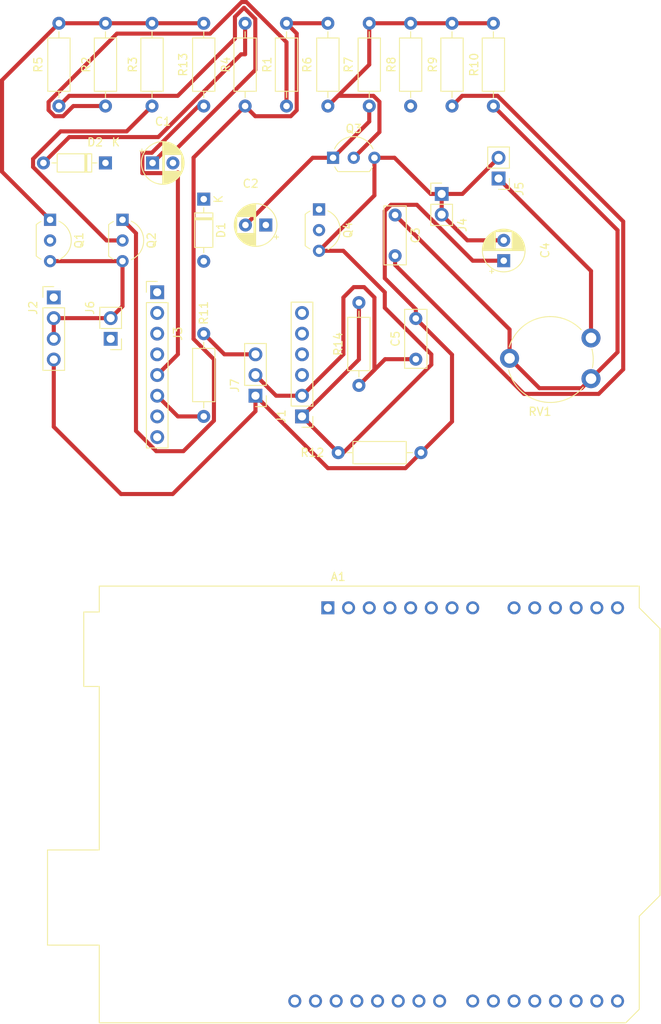
<source format=kicad_pcb>
(kicad_pcb (version 20221018) (generator pcbnew)
  (layers (0 "F.Cu" signal) (31 "B.Cu" signal) (34 "B.Paste" user) (35 "F.Paste" user) (36 "B.SilkS" user "B.Silkscreen") (37 "F.SilkS" user "F.Silkscreen") (38 "B.Mask" user) (39 "F.Mask" user) (44 "Edge.Cuts" user))
  (net 0 "")
  (net 1 "Net-(D2-K)")
  (net 2 "Net-(Q3-C)")
  (net 3 "Net-(D1-K)")
  (net 4 "Net-(C3-Pad1)")
  (net 5 "Net-(Q4-B)")
  (net 6 "VCC")
  (net 7 "GND")
  (net 8 "Net-(J1-Pin_2)")
  (net 9 "Net-(D1-A)")
  (net 10 "Net-(D2-A)")
  (net 11 "Micro")
  (net 12 "Taste")
  (net 13 "Net-(Q2-C)")
  (net 14 "Net-(Q1-C)")
  (net 15 "Net-(Q3-B)")
  (net 16 "Net-(Q4-C)")
  (net 17 "Net-(J7-Pin_3)")
  (net 18 "Net-(J3-Pin_6)")
  (net 19 "DI6")
  (footprint "Potentiometer_THT:Potentiometer_Piher_PT-10-V10_Vertical_Hole" (layer "F.Cu") (at 150.415 104.03 180)
    (fp_text reference "RV1" (at 6.27 -9.05) (layer "F.SilkS"))
    (fp_text value "10k")
    (pad "" np_thru_hole circle (at 5 -2.65 180) (size 4 4) (drill 4) (layers "*.Cu" "*.Mask"))
    (pad "1" thru_hole circle (at 0 0 180) (size 2.34 2.34) (drill 1.3) (layers "*.Cu" "*.Mask") (net 11 "Micro"))
    (pad "2" thru_hole circle (at 10 -2.5 180) (size 2.34 2.34) (drill 1.3) (layers "*.Cu" "*.Mask") (net 4 "Net-(C3-Pad1)"))
    (pad "3" thru_hole circle (at 0 -5 180) (size 2.34 2.34) (drill 1.3) (layers "*.Cu" "*.Mask") (net 4 "Net-(C3-Pad1)"))
  )
  (footprint "Resistor_THT:R_Axial_DIN0207_L6.3mm_D2.5mm_P10.16mm_Horizontal" (layer "F.Cu") (at 113.03 75.565 90)
    (fp_text reference "R1" (at 5.08 -2.37 90) (layer "F.SilkS"))
    (fp_text value "1k")
    (pad "1" thru_hole circle (at 0 0 90) (size 1.6 1.6) (drill 0.8) (layers "*.Cu" "*.Mask") (net 6 "VCC"))
    (pad "2" thru_hole oval (at 10.16 0 90) (size 1.6 1.6) (drill 0.8) (layers "*.Cu" "*.Mask") (net 13 "Net-(Q2-C)"))
  )
  (footprint "Resistor_THT:R_Axial_DIN0207_L6.3mm_D2.5mm_P10.16mm_Horizontal" (layer "F.Cu") (at 102.87 103.505 -90)
    (fp_text reference "R11" (at -2.54 0 90) (layer "F.SilkS"))
    (fp_text value "470")
    (pad "1" thru_hole circle (at 0 0 270) (size 1.6 1.6) (drill 0.8) (layers "*.Cu" "*.Mask") (net 17 "Net-(J7-Pin_3)"))
    (pad "2" thru_hole oval (at 10.16 0 270) (size 1.6 1.6) (drill 0.8) (layers "*.Cu" "*.Mask") (net 18 "Net-(J3-Pin_6)"))
  )
  (footprint "Resistor_THT:R_Axial_DIN0207_L6.3mm_D2.5mm_P10.16mm_Horizontal" (layer "F.Cu") (at 102.87 65.405 -90)
    (fp_text reference "R13" (at 5.08 2.54 90) (layer "F.SilkS"))
    (fp_text value "470")
    (pad "1" thru_hole circle (at 0 0 270) (size 1.6 1.6) (drill 0.8) (layers "*.Cu" "*.Mask") (net 14 "Net-(Q1-C)"))
    (pad "2" thru_hole oval (at 10.16 0 270) (size 1.6 1.6) (drill 0.8) (layers "*.Cu" "*.Mask") (net 19 "DI6"))
  )
  (footprint "Resistor_THT:R_Axial_DIN0207_L6.3mm_D2.5mm_P10.16mm_Horizontal" (layer "F.Cu") (at 85.09 65.405 -90)
    (fp_text reference "R5" (at 5.08 2.54 90) (layer "F.SilkS"))
    (fp_text value "1k")
    (pad "1" thru_hole circle (at 0 0 270) (size 1.6 1.6) (drill 0.8) (layers "*.Cu" "*.Mask") (net 14 "Net-(Q1-C)"))
    (pad "2" thru_hole oval (at 10.16 0 270) (size 1.6 1.6) (drill 0.8) (layers "*.Cu" "*.Mask") (net 1 "Net-(D2-K)"))
  )
  (footprint "Connector_PinHeader_2.54mm:PinHeader_1x03_P2.54mm_Vertical" (layer "F.Cu") (at 109.22 111.125 180)
    (fp_text reference "J7" (at 2.54 1.255 90) (layer "F.SilkS"))
    (fp_text value "03")
    (pad "1" thru_hole rect (at 0 0 180) (size 1.7 1.7) (drill 1) (layers "*.Cu" "*.Mask") (net 6 "VCC"))
    (pad "2" thru_hole oval (at 0 2.54 180) (size 1.7 1.7) (drill 1) (layers "*.Cu" "*.Mask") (net 8 "Net-(J1-Pin_2)"))
    (pad "3" thru_hole oval (at 0 5.08 180) (size 1.7 1.7) (drill 1) (layers "*.Cu" "*.Mask") (net 17 "Net-(J7-Pin_3)"))
  )
  (footprint "Diode_THT:D_DO-35_SOD27_P7.62mm_Horizontal" (layer "F.Cu") (at 102.87 86.995 -90)
    (fp_text reference "D1" (at 3.81 -2.12 -270) (layer "F.SilkS"))
    (fp_text value "1N4148")
    (fp_text user "K" (at 0 -1.8 -270) (layer "F.SilkS"))
    (pad "1" thru_hole rect (at 0 0 270) (size 1.6 1.6) (drill 0.8) (layers "*.Cu" "*.Mask") (net 3 "Net-(D1-K)"))
    (pad "2" thru_hole oval (at 7.62 0 270) (size 1.6 1.6) (drill 0.8) (layers "*.Cu" "*.Mask") (net 9 "Net-(D1-A)"))
  )
  (footprint "Resistor_THT:R_Axial_DIN0207_L6.3mm_D2.5mm_P10.16mm_Horizontal" (layer "F.Cu") (at 90.805 75.565 90)
    (fp_text reference "R2" (at 5.08 -2.37 90) (layer "F.SilkS"))
    (fp_text value "1k")
    (pad "1" thru_hole circle (at 0 0 90) (size 1.6 1.6) (drill 0.8) (layers "*.Cu" "*.Mask") (net 6 "VCC"))
    (pad "2" thru_hole oval (at 10.16 0 90) (size 1.6 1.6) (drill 0.8) (layers "*.Cu" "*.Mask") (net 14 "Net-(Q1-C)"))
  )
  (footprint "Package_TO_SOT_THT:TO-92L_Inline_Wide" (layer "F.Cu") (at 84.005 89.525 -90)
    (fp_text reference "Q1" (at 2.54 -3.56 90) (layer "F.SilkS"))
    (fp_text value "BC547")
    (pad "1" thru_hole rect (at 0 0 270) (size 1.5 1.5) (drill 0.8) (layers "*.Cu" "*.Mask") (net 14 "Net-(Q1-C)"))
    (pad "2" thru_hole circle (at 2.54 0 270) (size 1.5 1.5) (drill 0.8) (layers "*.Cu" "*.Mask") (net 10 "Net-(D2-A)"))
    (pad "3" thru_hole circle (at 5.08 0 270) (size 1.5 1.5) (drill 0.8) (layers "*.Cu" "*.Mask") (net 7 "GND"))
  )
  (footprint "Capacitor_THT:CP_Radial_D5.0mm_P2.50mm" (layer "F.Cu") (at 96.584888 82.55)
    (fp_text reference "C1" (at 1.27 -5.08) (layer "F.SilkS"))
    (fp_text value "47μF")
    (pad "1" thru_hole rect (at 0 0) (size 1.6 1.6) (drill 0.8) (layers "*.Cu" "*.Mask") (net 1 "Net-(D2-K)"))
    (pad "2" thru_hole circle (at 2.5 0) (size 1.6 1.6) (drill 0.8) (layers "*.Cu" "*.Mask") (net 2 "Net-(Q3-C)"))
  )
  (footprint "Package_TO_SOT_THT:TO-92L_Inline_Wide" (layer "F.Cu") (at 118.745 81.915)
    (fp_text reference "Q3" (at 2.54 -3.56) (layer "F.SilkS"))
    (fp_text value "BC547")
    (pad "1" thru_hole rect (at 0 0) (size 1.5 1.5) (drill 0.8) (layers "*.Cu" "*.Mask") (net 2 "Net-(Q3-C)"))
    (pad "2" thru_hole circle (at 2.54 0) (size 1.5 1.5) (drill 0.8) (layers "*.Cu" "*.Mask") (net 15 "Net-(Q3-B)"))
    (pad "3" thru_hole circle (at 5.08 0) (size 1.5 1.5) (drill 0.8) (layers "*.Cu" "*.Mask") (net 7 "GND"))
  )
  (footprint "Connector_PinHeader_2.54mm:PinHeader_1x02_P2.54mm_Vertical" (layer "F.Cu") (at 139.065 84.46 180)
    (fp_text reference "J5" (at -2.54 -1.27 90) (layer "F.SilkS"))
    (fp_text value "Micro")
    (pad "1" thru_hole rect (at 0 0 180) (size 1.7 1.7) (drill 1) (layers "*.Cu" "*.Mask") (net 11 "Micro"))
    (pad "2" thru_hole oval (at 0 2.54 180) (size 1.7 1.7) (drill 1) (layers "*.Cu" "*.Mask") (net 7 "GND"))
  )
  (footprint "Resistor_THT:R_Axial_DIN0207_L6.3mm_D2.5mm_P10.16mm_Horizontal" (layer "F.Cu") (at 121.92 99.695 -90)
    (fp_text reference "R14" (at 5.08 2.54 90) (layer "F.SilkS"))
    (fp_text value "0,22")
    (pad "1" thru_hole circle (at 0 0 270) (size 1.6 1.6) (drill 0.8) (layers "*.Cu" "*.Mask") (net 7 "GND"))
    (pad "2" thru_hole oval (at 10.16 0 270) (size 1.6 1.6) (drill 0.8) (layers "*.Cu" "*.Mask") (net 8 "Net-(J1-Pin_2)"))
  )
  (footprint "Diode_THT:D_DO-35_SOD27_P7.62mm_Horizontal" (layer "F.Cu") (at 90.805 82.55 180)
    (fp_text reference "D2" (at 1.27 2.54) (layer "F.SilkS"))
    (fp_text value "1N4148")
    (fp_text user "K" (at -1.27 2.54) (layer "F.SilkS"))
    (pad "1" thru_hole rect (at 0 0 180) (size 1.6 1.6) (drill 0.8) (layers "*.Cu" "*.Mask") (net 1 "Net-(D2-K)"))
    (pad "2" thru_hole oval (at 7.62 0 180) (size 1.6 1.6) (drill 0.8) (layers "*.Cu" "*.Mask") (net 10 "Net-(D2-A)"))
  )
  (footprint "Connector_PinHeader_2.54mm:PinHeader_1x08_P2.54mm_Vertical" (layer "F.Cu") (at 97.155 98.425)
    (fp_text reference "J3" (at 2.54 5.08 90) (layer "F.SilkS"))
    (fp_text value "DIGITAL")
    (pad "1" thru_hole rect (at 0 0) (size 1.7 1.7) (drill 1) (layers "*.Cu" "*.Mask"))
    (pad "2" thru_hole oval (at 0 2.54) (size 1.7 1.7) (drill 1) (layers "*.Cu" "*.Mask"))
    (pad "3" thru_hole oval (at 0 5.08) (size 1.7 1.7) (drill 1) (layers "*.Cu" "*.Mask"))
    (pad "4" thru_hole oval (at 0 7.62) (size 1.7 1.7) (drill 1) (layers "*.Cu" "*.Mask") (net 12 "Taste"))
    (pad "5" thru_hole oval (at 0 10.16) (size 1.7 1.7) (drill 1) (layers "*.Cu" "*.Mask") (net 19 "DI6"))
    (pad "6" thru_hole oval (at 0 12.7) (size 1.7 1.7) (drill 1) (layers "*.Cu" "*.Mask") (net 18 "Net-(J3-Pin_6)"))
    (pad "7" thru_hole oval (at 0 15.24) (size 1.7 1.7) (drill 1) (layers "*.Cu" "*.Mask"))
    (pad "8" thru_hole oval (at 0 17.78) (size 1.7 1.7) (drill 1) (layers "*.Cu" "*.Mask"))
  )
  (footprint "Connector_PinHeader_2.54mm:PinHeader_1x02_P2.54mm_Vertical" (layer "F.Cu") (at 132.08 86.355)
    (fp_text reference "J4" (at 2.54 3.81 90) (layer "F.SilkS"))
    (fp_text value "LDR")
    (pad "1" thru_hole rect (at 0 0) (size 1.7 1.7) (drill 1) (layers "*.Cu" "*.Mask") (net 7 "GND"))
    (pad "2" thru_hole oval (at 0 2.54) (size 1.7 1.7) (drill 1) (layers "*.Cu" "*.Mask") (net 7 "GND"))
  )
  (footprint "Package_TO_SOT_THT:TO-92L_Inline_Wide" (layer "F.Cu") (at 117.025 88.255 -90)
    (fp_text reference "Q4" (at 2.54 -3.56 90) (layer "F.SilkS"))
    (fp_text value "BC547")
    (pad "1" thru_hole rect (at 0 0 270) (size 1.5 1.5) (drill 0.8) (layers "*.Cu" "*.Mask") (net 16 "Net-(Q4-C)"))
    (pad "2" thru_hole circle (at 2.54 0 270) (size 1.5 1.5) (drill 0.8) (layers "*.Cu" "*.Mask") (net 5 "Net-(Q4-B)"))
    (pad "3" thru_hole circle (at 5.08 0 270) (size 1.5 1.5) (drill 0.8) (layers "*.Cu" "*.Mask") (net 7 "GND"))
  )
  (footprint "Connector_PinHeader_2.54mm:PinHeader_1x04_P2.54mm_Vertical" (layer "F.Cu") (at 84.455 99.06)
    (fp_text reference "J2" (at -2.54 1.27 90) (layer "F.SilkS"))
    (fp_text value "Power")
    (pad "1" thru_hole rect (at 0 0) (size 1.7 1.7) (drill 1) (layers "*.Cu" "*.Mask"))
    (pad "2" thru_hole oval (at 0 2.54) (size 1.7 1.7) (drill 1) (layers "*.Cu" "*.Mask") (net 7 "GND"))
    (pad "3" thru_hole oval (at 0 5.08) (size 1.7 1.7) (drill 1) (layers "*.Cu" "*.Mask") (net 7 "GND"))
    (pad "4" thru_hole oval (at 0 7.62) (size 1.7 1.7) (drill 1) (layers "*.Cu" "*.Mask") (net 6 "VCC"))
  )
  (footprint "Connector_PinHeader_2.54mm:PinHeader_1x06_P2.54mm_Vertical" (layer "F.Cu") (at 114.935 113.665 180)
    (fp_text reference "J1" (at 2.54 0 90) (layer "F.SilkS"))
    (fp_text value "Analog IN")
    (pad "1" thru_hole rect (at 0 0 180) (size 1.7 1.7) (drill 1) (layers "*.Cu" "*.Mask") (net 7 "GND"))
    (pad "2" thru_hole oval (at 0 2.54 180) (size 1.7 1.7) (drill 1) (layers "*.Cu" "*.Mask") (net 8 "Net-(J1-Pin_2)"))
    (pad "3" thru_hole oval (at 0 5.08 180) (size 1.7 1.7) (drill 1) (layers "*.Cu" "*.Mask"))
    (pad "4" thru_hole oval (at 0 7.62 180) (size 1.7 1.7) (drill 1) (layers "*.Cu" "*.Mask"))
    (pad "5" thru_hole oval (at 0 10.16 180) (size 1.7 1.7) (drill 1) (layers "*.Cu" "*.Mask"))
    (pad "6" thru_hole oval (at 0 12.7 180) (size 1.7 1.7) (drill 1) (layers "*.Cu" "*.Mask"))
  )
  (footprint "Resistor_THT:R_Axial_DIN0207_L6.3mm_D2.5mm_P10.16mm_Horizontal" (layer "F.Cu") (at 128.27 75.565 90)
    (fp_text reference "R8" (at 5.08 -2.37 90) (layer "F.SilkS"))
    (fp_text value "4k7")
    (pad "1" thru_hole circle (at 0 0 90) (size 1.6 1.6) (drill 0.8) (layers "*.Cu" "*.Mask") (net 16 "Net-(Q4-C)"))
    (pad "2" thru_hole oval (at 10.16 0 90) (size 1.6 1.6) (drill 0.8) (layers "*.Cu" "*.Mask") (net 15 "Net-(Q3-B)"))
  )
  (footprint "Capacitor_THT:C_Disc_D7.0mm_W2.5mm_P5.00mm" (layer "F.Cu") (at 126.365 88.94 -90)
    (fp_text reference "C3" (at 2.5 -2.5 -270) (layer "F.SilkS"))
    (fp_text value "100NF")
    (pad "1" thru_hole circle (at 0 0 270) (size 1.6 1.6) (drill 0.8) (layers "*.Cu" "*.Mask") (net 4 "Net-(C3-Pad1)"))
    (pad "2" thru_hole circle (at 5 0 270) (size 1.6 1.6) (drill 0.8) (layers "*.Cu" "*.Mask") (net 5 "Net-(Q4-B)"))
  )
  (footprint "Capacitor_THT:CP_Radial_D5.0mm_P2.50mm" (layer "F.Cu") (at 139.7 94.550113 90)
    (fp_text reference "C4" (at 1.27 5.08 270) (layer "F.SilkS"))
    (fp_text value "47μF")
    (pad "1" thru_hole rect (at 0 0 90) (size 1.6 1.6) (drill 0.8) (layers "*.Cu" "*.Mask") (net 6 "VCC"))
    (pad "2" thru_hole circle (at 2.5 0 90) (size 1.6 1.6) (drill 0.8) (layers "*.Cu" "*.Mask") (net 7 "GND"))
  )
  (footprint "Module:Arduino_UNO_R2" (layer "F.Cu") (at 118.11 137.16)
    (fp_text reference "A1" (at 1.27 -3.81 180) (layer "F.SilkS"))
    (fp_text value "Arduino_UNO_R2")
    (pad "1" thru_hole rect (at 0 0 90) (size 1.6 1.6) (drill 1) (layers "*.Cu" "*.Mask"))
    (pad "2" thru_hole oval (at 2.54 0 90) (size 1.6 1.6) (drill 1) (layers "*.Cu" "*.Mask"))
    (pad "3" thru_hole oval (at 5.08 0 90) (size 1.6 1.6) (drill 1) (layers "*.Cu" "*.Mask"))
    (pad "4" thru_hole oval (at 7.62 0 90) (size 1.6 1.6) (drill 1) (layers "*.Cu" "*.Mask"))
    (pad "5" thru_hole oval (at 10.16 0 90) (size 1.6 1.6) (drill 1) (layers "*.Cu" "*.Mask"))
    (pad "6" thru_hole oval (at 12.7 0 90) (size 1.6 1.6) (drill 1) (layers "*.Cu" "*.Mask"))
    (pad "7" thru_hole oval (at 15.24 0 90) (size 1.6 1.6) (drill 1) (layers "*.Cu" "*.Mask"))
    (pad "8" thru_hole oval (at 17.78 0 90) (size 1.6 1.6) (drill 1) (layers "*.Cu" "*.Mask"))
    (pad "9" thru_hole oval (at 22.86 0 90) (size 1.6 1.6) (drill 1) (layers "*.Cu" "*.Mask"))
    (pad "10" thru_hole oval (at 25.4 0 90) (size 1.6 1.6) (drill 1) (layers "*.Cu" "*.Mask"))
    (pad "11" thru_hole oval (at 27.94 0 90) (size 1.6 1.6) (drill 1) (layers "*.Cu" "*.Mask"))
    (pad "12" thru_hole oval (at 30.48 0 90) (size 1.6 1.6) (drill 1) (layers "*.Cu" "*.Mask"))
    (pad "13" thru_hole oval (at 33.02 0 90) (size 1.6 1.6) (drill 1) (layers "*.Cu" "*.Mask"))
    (pad "14" thru_hole oval (at 35.56 0 90) (size 1.6 1.6) (drill 1) (layers "*.Cu" "*.Mask"))
    (pad "15" thru_hole oval (at 35.56 48.26 90) (size 1.6 1.6) (drill 1) (layers "*.Cu" "*.Mask"))
    (pad "16" thru_hole oval (at 33.02 48.26 90) (size 1.6 1.6) (drill 1) (layers "*.Cu" "*.Mask"))
    (pad "17" thru_hole oval (at 30.48 48.26 90) (size 1.6 1.6) (drill 1) (layers "*.Cu" "*.Mask"))
    (pad "18" thru_hole oval (at 27.94 48.26 90) (size 1.6 1.6) (drill 1) (layers "*.Cu" "*.Mask"))
    (pad "19" thru_hole oval (at 25.4 48.26 90) (size 1.6 1.6) (drill 1) (layers "*.Cu" "*.Mask"))
    (pad "20" thru_hole oval (at 22.86 48.26 90) (size 1.6 1.6) (drill 1) (layers "*.Cu" "*.Mask"))
    (pad "21" thru_hole oval (at 20.32 48.26 90) (size 1.6 1.6) (drill 1) (layers "*.Cu" "*.Mask"))
    (pad "22" thru_hole oval (at 17.78 48.26 90) (size 1.6 1.6) (drill 1) (layers "*.Cu" "*.Mask"))
    (pad "23" thru_hole oval (at 13.72 48.26 90) (size 1.6 1.6) (drill 1) (layers "*.Cu" "*.Mask"))
    (pad "24" thru_hole oval (at 11.18 48.26 90) (size 1.6 1.6) (drill 1) (layers "*.Cu" "*.Mask"))
    (pad "25" thru_hole oval (at 8.64 48.26 90) (size 1.6 1.6) (drill 1) (layers "*.Cu" "*.Mask"))
    (pad "26" thru_hole oval (at 6.1 48.26 90) (size 1.6 1.6) (drill 1) (layers "*.Cu" "*.Mask"))
    (pad "27" thru_hole oval (at 3.56 48.26 90) (size 1.6 1.6) (drill 1) (layers "*.Cu" "*.Mask"))
    (pad "28" thru_hole oval (at 1.02 48.26 90) (size 1.6 1.6) (drill 1) (layers "*.Cu" "*.Mask"))
    (pad "29" thru_hole oval (at -1.52 48.26 90) (size 1.6 1.6) (drill 1) (layers "*.Cu" "*.Mask"))
    (pad "30" thru_hole oval (at -4.06 48.26 90) (size 1.6 1.6) (drill 1) (layers "*.Cu" "*.Mask"))
  )
  (footprint "Package_TO_SOT_THT:TO-92L_Inline_Wide" (layer "F.Cu") (at 92.895 89.525 -90)
    (fp_text reference "Q2" (at 2.54 -3.56 90) (layer "F.SilkS"))
    (fp_text value "BC547")
    (pad "1" thru_hole rect (at 0 0 270) (size 1.5 1.5) (drill 0.8) (layers "*.Cu" "*.Mask") (net 13 "Net-(Q2-C)"))
    (pad "2" thru_hole circle (at 2.54 0 270) (size 1.5 1.5) (drill 0.8) (layers "*.Cu" "*.Mask") (net 9 "Net-(D1-A)"))
    (pad "3" thru_hole circle (at 5.08 0 270) (size 1.5 1.5) (drill 0.8) (layers "*.Cu" "*.Mask") (net 7 "GND"))
  )
  (footprint "Resistor_THT:R_Axial_DIN0207_L6.3mm_D2.5mm_P10.16mm_Horizontal" (layer "F.Cu") (at 107.95 75.565 90)
    (fp_text reference "R4" (at 5.08 -2.37 90) (layer "F.SilkS"))
    (fp_text value "22k")
    (pad "1" thru_hole circle (at 0 0 90) (size 1.6 1.6) (drill 0.8) (layers "*.Cu" "*.Mask") (net 13 "Net-(Q2-C)"))
    (pad "2" thru_hole oval (at 10.16 0 90) (size 1.6 1.6) (drill 0.8) (layers "*.Cu" "*.Mask") (net 10 "Net-(D2-A)"))
  )
  (footprint "Capacitor_THT:CP_Radial_D5.0mm_P2.50mm" (layer "F.Cu") (at 110.49 90.17 180)
    (fp_text reference "C2" (at 1.865 5.08) (layer "F.SilkS"))
    (fp_text value "47μF")
    (pad "1" thru_hole rect (at 0 0 180) (size 1.6 1.6) (drill 0.8) (layers "*.Cu" "*.Mask") (net 3 "Net-(D1-K)"))
    (pad "2" thru_hole circle (at 2.5 0 180) (size 1.6 1.6) (drill 0.8) (layers "*.Cu" "*.Mask") (net 2 "Net-(Q3-C)"))
  )
  (footprint "Resistor_THT:R_Axial_DIN0207_L6.3mm_D2.5mm_P10.16mm_Horizontal" (layer "F.Cu") (at 133.35 75.565 90)
    (fp_text reference "R9" (at 5.08 -2.37 90) (layer "F.SilkS"))
    (fp_text value "160k")
    (pad "1" thru_hole circle (at 0 0 90) (size 1.6 1.6) (drill 0.8) (layers "*.Cu" "*.Mask") (net 5 "Net-(Q4-B)"))
    (pad "2" thru_hole oval (at 10.16 0 90) (size 1.6 1.6) (drill 0.8) (layers "*.Cu" "*.Mask") (net 15 "Net-(Q3-B)"))
  )
  (footprint "Connector_PinHeader_2.54mm:PinHeader_1x02_P2.54mm_Vertical" (layer "F.Cu") (at 91.44 104.14 180)
    (fp_text reference "J6" (at 2.54 3.81 90) (layer "F.SilkS"))
    (fp_text value "Taste")
    (pad "1" thru_hole rect (at 0 0 180) (size 1.7 1.7) (drill 1) (layers "*.Cu" "*.Mask") (net 12 "Taste"))
    (pad "2" thru_hole oval (at 0 2.54 180) (size 1.7 1.7) (drill 1) (layers "*.Cu" "*.Mask") (net 7 "GND"))
  )
  (footprint "Resistor_THT:R_Axial_DIN0207_L6.3mm_D2.5mm_P10.16mm_Horizontal" (layer "F.Cu") (at 96.52 75.565 90)
    (fp_text reference "R3" (at 5.08 -2.37 90) (layer "F.SilkS"))
    (fp_text value "22k")
    (pad "1" thru_hole circle (at 0 0 90) (size 1.6 1.6) (drill 0.8) (layers "*.Cu" "*.Mask") (net 9 "Net-(D1-A)"))
    (pad "2" thru_hole oval (at 10.16 0 90) (size 1.6 1.6) (drill 0.8) (layers "*.Cu" "*.Mask") (net 14 "Net-(Q1-C)"))
  )
  (footprint "Resistor_THT:R_Axial_DIN0207_L6.3mm_D2.5mm_P10.16mm_Horizontal" (layer "F.Cu") (at 129.54 118.11 180)
    (fp_text reference "R12" (at 13.335 0) (layer "F.SilkS"))
    (fp_text value "10k")
    (pad "1" thru_hole circle (at 0 0 180) (size 1.6 1.6) (drill 0.8) (layers "*.Cu" "*.Mask") (net 6 "VCC"))
    (pad "2" thru_hole oval (at 10.16 0 180) (size 1.6 1.6) (drill 0.8) (layers "*.Cu" "*.Mask") (net 7 "GND"))
  )
  (footprint "Resistor_THT:R_Axial_DIN0207_L6.3mm_D2.5mm_P10.16mm_Horizontal" (layer "F.Cu") (at 118.11 65.405 -90)
    (fp_text reference "R6" (at 5.08 2.54 90) (layer "F.SilkS"))
    (fp_text value "1k")
    (pad "1" thru_hole circle (at 0 0 270) (size 1.6 1.6) (drill 0.8) (layers "*.Cu" "*.Mask") (net 13 "Net-(Q2-C)"))
    (pad "2" thru_hole oval (at 10.16 0 270) (size 1.6 1.6) (drill 0.8) (layers "*.Cu" "*.Mask") (net 15 "Net-(Q3-B)"))
  )
  (footprint "Capacitor_THT:C_Disc_D7.0mm_W2.5mm_P5.00mm" (layer "F.Cu") (at 128.905 106.64 90)
    (fp_text reference "C5" (at 2.5 -2.5 90) (layer "F.SilkS"))
    (fp_text value "100NF")
    (pad "1" thru_hole circle (at 0 0 90) (size 1.6 1.6) (drill 0.8) (layers "*.Cu" "*.Mask") (net 8 "Net-(J1-Pin_2)"))
    (pad "2" thru_hole circle (at 5 0 90) (size 1.6 1.6) (drill 0.8) (layers "*.Cu" "*.Mask") (net 6 "VCC"))
  )
  (footprint "Resistor_THT:R_Axial_DIN0207_L6.3mm_D2.5mm_P10.16mm_Horizontal" (layer "F.Cu") (at 123.19 65.405 -90)
    (fp_text reference "R7" (at 5.08 2.54 90) (layer "F.SilkS"))
    (fp_text value "10k")
    (pad "1" thru_hole circle (at 0 0 270) (size 1.6 1.6) (drill 0.8) (layers "*.Cu" "*.Mask") (net 15 "Net-(Q3-B)"))
    (pad "2" thru_hole oval (at 10.16 0 270) (size 1.6 1.6) (drill 0.8) (layers "*.Cu" "*.Mask") (net 2 "Net-(Q3-C)"))
  )
  (footprint "Resistor_THT:R_Axial_DIN0207_L6.3mm_D2.5mm_P10.16mm_Horizontal" (layer "F.Cu") (at 138.43 75.565 90)
    (fp_text reference "R10" (at 5.08 -2.37 90) (layer "F.SilkS"))
    (fp_text value "10k")
    (pad "1" thru_hole circle (at 0 0 90) (size 1.6 1.6) (drill 0.8) (layers "*.Cu" "*.Mask") (net 4 "Net-(C3-Pad1)"))
    (pad "2" thru_hole oval (at 10.16 0 90) (size 1.6 1.6) (drill 0.8) (layers "*.Cu" "*.Mask") (net 15 "Net-(Q3-B)"))
  )
  (segment (start 106.7 67.29) (end 106.7 64.612767) (width 0.5) (layer "F.Cu") (net 1))
  (segment (start 97.834888 81.3) (end 96.584888 82.55) (width 0.5) (layer "F.Cu") (net 1))
  (segment (start 107.812767 63.5) (end 109.2 64.887233) (width 0.5) (layer "F.Cu") (net 1))
  (segment (start 109.2 71.14) (end 99.04 81.3) (width 0.5) (layer "F.Cu") (net 1))
  (segment (start 106.7 64.612767) (end 107.812767 63.5) (width 0.5) (layer "F.Cu") (net 1))
  (segment (start 85.09 75.565) (end 86.34 74.315) (width 0.5) (layer "F.Cu") (net 1))
  (segment (start 99.04 81.3) (end 97.834888 81.3) (width 0.5) (layer "F.Cu") (net 1))
  (segment (start 86.34 74.315) (end 99.675 74.315) (width 0.5) (layer "F.Cu") (net 1))
  (segment (start 99.675 74.315) (end 106.7 67.29) (width 0.5) (layer "F.Cu") (net 1))
  (segment (start 109.2 64.887233) (end 109.2 71.14) (width 0.5) (layer "F.Cu") (net 1))
  (segment (start 123.19 75.565) (end 123.19 77.47) (width 0.5) (layer "F.Cu") (net 2))
  (segment (start 107.99 90.17) (end 116.245 81.915) (width 0.5) (layer "F.Cu") (net 2))
  (segment (start 123.19 77.47) (end 118.745 81.915) (width 0.5) (layer "F.Cu") (net 2))
  (segment (start 116.245 81.915) (end 118.745 81.915) (width 0.5) (layer "F.Cu") (net 2))
  (segment (start 126.365 88.94) (end 140.415 102.99) (width 0.5) (layer "F.Cu") (net 4))
  (segment (start 153.67 105.775) (end 153.67 90.805) (width 0.5) (layer "F.Cu") (net 4))
  (segment (start 140.415 106.53) (end 144.084999 110.199999) (width 0.5) (layer "F.Cu") (net 4))
  (segment (start 150.415 109.03) (end 153.67 105.775) (width 0.5) (layer "F.Cu") (net 4))
  (segment (start 144.084999 110.199999) (end 149.245001 110.199999) (width 0.5) (layer "F.Cu") (net 4))
  (segment (start 140.415 102.99) (end 140.415 106.53) (width 0.5) (layer "F.Cu") (net 4))
  (segment (start 153.67 90.805) (end 138.43 75.565) (width 0.5) (layer "F.Cu") (net 4))
  (segment (start 149.245001 110.199999) (end 150.415 109.03) (width 0.5) (layer "F.Cu") (net 4))
  (segment (start 154.37 107.885) (end 154.37 89.737233) (width 0.5) (layer "F.Cu") (net 5))
  (segment (start 134.6 74.315) (end 133.35 75.565) (width 0.5) (layer "F.Cu") (net 5))
  (segment (start 154.37 89.737233) (end 138.947767 74.315) (width 0.5) (layer "F.Cu") (net 5))
  (segment (start 151.355001 110.899999) (end 154.37 107.885) (width 0.5) (layer "F.Cu") (net 5))
  (segment (start 138.947767 74.315) (end 134.6 74.315) (width 0.5) (layer "F.Cu") (net 5))
  (segment (start 142.193629 110.899999) (end 151.355001 110.899999) (width 0.5) (layer "F.Cu") (net 5))
  (segment (start 126.365 93.94) (end 126.365 95.07137) (width 0.5) (layer "F.Cu") (net 5))
  (segment (start 126.365 95.07137) (end 142.193629 110.899999) (width 0.5) (layer "F.Cu") (net 5))
  (segment (start 129.54 118.11) (end 127.635 120.015) (width 0.5) (layer "F.Cu") (net 6))
  (segment (start 128.905 100.50863) (end 128.905 101.64) (width 0.5) (layer "F.Cu") (net 6))
  (segment (start 135.896635 94.550113) (end 129.036522 87.69) (width 0.5) (layer "F.Cu") (net 6))
  (segment (start 107.522817 62.8) (end 108.102717 62.8) (width 0.5) (layer "F.Cu") (net 6))
  (segment (start 125.095 96.69863) (end 128.905 100.50863) (width 0.5) (layer "F.Cu") (net 6))
  (segment (start 129.54 118.11) (end 133.35 114.3) (width 0.5) (layer "F.Cu") (net 6))
  (segment (start 118.11 120.015) (end 109.22 111.125) (width 0.5) (layer "F.Cu") (net 6))
  (segment (start 109.22 111.125) (end 109.22 113.03) (width 0.5) (layer "F.Cu") (net 6))
  (segment (start 85.607767 76.815) (end 84.572233 76.815) (width 0.5) (layer "F.Cu") (net 6))
  (segment (start 84.572233 76.815) (end 83.82 76.062767) (width 0.5) (layer "F.Cu") (net 6))
  (segment (start 99.06 123.19) (end 92.71 123.19) (width 0.5) (layer "F.Cu") (net 6))
  (segment (start 90.805 75.565) (end 86.857767 75.565) (width 0.5) (layer "F.Cu") (net 6))
  (segment (start 133.35 106.085) (end 128.905 101.64) (width 0.5) (layer "F.Cu") (net 6))
  (segment (start 103.647817 66.675) (end 107.522817 62.8) (width 0.5) (layer "F.Cu") (net 6))
  (segment (start 133.35 114.3) (end 133.35 106.085) (width 0.5) (layer "F.Cu") (net 6))
  (segment (start 83.82 75.067233) (end 92.212233 66.675) (width 0.5) (layer "F.Cu") (net 6))
  (segment (start 139.7 94.550113) (end 135.896635 94.550113) (width 0.5) (layer "F.Cu") (net 6))
  (segment (start 108.102717 62.8) (end 113.03 67.727283) (width 0.5) (layer "F.Cu") (net 6))
  (segment (start 92.212233 66.675) (end 103.647817 66.675) (width 0.5) (layer "F.Cu") (net 6))
  (segment (start 127.635 120.015) (end 118.11 120.015) (width 0.5) (layer "F.Cu") (net 6))
  (segment (start 129.036522 87.69) (end 125.847233 87.69) (width 0.5) (layer "F.Cu") (net 6))
  (segment (start 113.03 67.727283) (end 113.03 75.565) (width 0.5) (layer "F.Cu") (net 6))
  (segment (start 125.095 88.442233) (end 125.095 96.69863) (width 0.5) (layer "F.Cu") (net 6))
  (segment (start 86.857767 75.565) (end 85.607767 76.815) (width 0.5) (layer "F.Cu") (net 6))
  (segment (start 125.847233 87.69) (end 125.095 88.442233) (width 0.5) (layer "F.Cu") (net 6))
  (segment (start 83.82 76.062767) (end 83.82 75.067233) (width 0.5) (layer "F.Cu") (net 6))
  (segment (start 84.455 114.935) (end 84.455 106.68) (width 0.5) (layer "F.Cu") (net 6))
  (segment (start 109.22 113.03) (end 99.06 123.19) (width 0.5) (layer "F.Cu") (net 6))
  (segment (start 92.71 123.19) (end 84.455 114.935) (width 0.5) (layer "F.Cu") (net 6))
  (segment (start 121.92 106.68) (end 121.92 99.695) (width 0.5) (layer "F.Cu") (net 7))
  (segment (start 134.63 86.355) (end 139.065 81.92) (width 0.5) (layer "F.Cu") (net 7))
  (segment (start 130.81 107.315) (end 130.81 106.045) (width 0.5) (layer "F.Cu") (net 7))
  (segment (start 84.455 101.6) (end 91.44 101.6) (width 0.5) (layer "F.Cu") (net 7))
  (segment (start 132.08 86.355) (end 130.73 86.355) (width 0.5) (layer "F.Cu") (net 7))
  (segment (start 92.895 100.145) (end 92.895 94.605) (width 0.5) (layer "F.Cu") (net 7))
  (segment (start 139.7 92.050113) (end 135.235113 92.050113) (width 0.5) (layer "F.Cu") (net 7))
  (segment (start 130.73 86.355) (end 126.29 81.915) (width 0.5) (layer "F.Cu") (net 7))
  (segment (start 123.825 86.535) (end 117.025 93.335) (width 0.5) (layer "F.Cu") (net 7))
  (segment (start 132.08 88.895) (end 132.08 86.355) (width 0.5) (layer "F.Cu") (net 7))
  (segment (start 84.455 101.6) (end 84.455 104.14) (width 0.5) (layer "F.Cu") (net 7))
  (segment (start 132.08 86.355) (end 134.63 86.355) (width 0.5) (layer "F.Cu") (net 7))
  (segment (start 119.38 118.11) (end 120.015 118.11) (width 0.5) (layer "F.Cu") (net 7))
  (segment (start 91.44 101.6) (end 92.895 100.145) (width 0.5) (layer "F.Cu") (net 7))
  (segment (start 120.015 118.11) (end 130.81 107.315) (width 0.5) (layer "F.Cu") (net 7))
  (segment (start 125.095 100.33) (end 125.095 98.425) (width 0.5) (layer "F.Cu") (net 7))
  (segment (start 125.095 98.425) (end 120.005 93.335) (width 0.5) (layer "F.Cu") (net 7))
  (segment (start 130.81 106.045) (end 125.095 100.33) (width 0.5) (layer "F.Cu") (net 7))
  (segment (start 119.38 118.11) (end 114.935 113.665) (width 0.5) (layer "F.Cu") (net 7))
  (segment (start 123.825 81.915) (end 123.825 86.535) (width 0.5) (layer "F.Cu") (net 7))
  (segment (start 114.935 113.665) (end 121.92 106.68) (width 0.5) (layer "F.Cu") (net 7))
  (segment (start 120.005 93.335) (end 117.025 93.335) (width 0.5) (layer "F.Cu") (net 7))
  (segment (start 84.005 94.605) (end 92.895 94.605) (width 0.5) (layer "F.Cu") (net 7))
  (segment (start 126.29 81.915) (end 123.825 81.915) (width 0.5) (layer "F.Cu") (net 7))
  (segment (start 135.235113 92.050113) (end 132.08 88.895) (width 0.5) (layer "F.Cu") (net 7))
  (segment (start 123.825 99.06) (end 122.555 97.79) (width 0.5) (layer "F.Cu") (net 8))
  (segment (start 122.555 97.79) (end 121.285 97.79) (width 0.5) (layer "F.Cu") (net 8))
  (segment (start 128.905 106.64) (end 125.135 106.64) (width 0.5) (layer "F.Cu") (net 8))
  (segment (start 111.76 111.125) (end 109.22 108.585) (width 0.5) (layer "F.Cu") (net 8))
  (segment (start 120.015 99.06) (end 120.015 106.045) (width 0.5) (layer "F.Cu") (net 8))
  (segment (start 125.135 106.64) (end 121.92 109.855) (width 0.5) (layer "F.Cu") (net 8))
  (segment (start 121.92 109.855) (end 123.825 107.95) (width 0.5) (layer "F.Cu") (net 8))
  (segment (start 123.825 107.95) (end 123.825 99.06) (width 0.5) (layer "F.Cu") (net 8))
  (segment (start 120.015 106.045) (end 114.935 111.125) (width 0.5) (layer "F.Cu") (net 8))
  (segment (start 114.935 111.125) (end 111.76 111.125) (width 0.5) (layer "F.Cu") (net 8))
  (segment (start 121.285 97.79) (end 120.015 99.06) (width 0.5) (layer "F.Cu") (net 8))
  (segment (start 85.292233 78.675) (end 81.915 82.052233) (width 0.5) (layer "F.Cu") (net 9))
  (segment (start 90.932233 92.065) (end 92.895 92.065) (width 0.5) (layer "F.Cu") (net 9))
  (segment (start 81.915 83.047767) (end 90.932233 92.065) (width 0.5) (layer "F.Cu") (net 9))
  (segment (start 96.52 75.565) (end 93.41 78.675) (width 0.5) (layer "F.Cu") (net 9))
  (segment (start 81.915 82.052233) (end 81.915 83.047767) (width 0.5) (layer "F.Cu") (net 9))
  (segment (start 93.41 78.675) (end 85.292233 78.675) (width 0.5) (layer "F.Cu") (net 9))
  (segment (start 97.292233 79.375) (end 107.452233 69.215) (width 0.5) (layer "F.Cu") (net 10))
  (segment (start 107.452233 69.215) (end 107.95 69.215) (width 0.5) (layer "F.Cu") (net 10))
  (segment (start 107.95 69.215) (end 107.95 65.405) (width 0.5) (layer "F.Cu") (net 10))
  (segment (start 83.185 82.55) (end 86.36 79.375) (width 0.5) (layer "F.Cu") (net 10))
  (segment (start 86.36 79.375) (end 97.292233 79.375) (width 0.5) (layer "F.Cu") (net 10))
  (segment (start 150.415 104.03) (end 150.415 95.81) (width 0.5) (layer "F.Cu") (net 11))
  (segment (start 150.415 95.81) (end 139.065 84.46) (width 0.5) (layer "F.Cu") (net 11))
  (segment (start 101.62 81.895) (end 107.95 75.565) (width 0.5) (layer "F.Cu") (net 13))
  (segment (start 94.55 91.18) (end 94.55 115.438478) (width 0.5) (layer "F.Cu") (net 13))
  (segment (start 104.12 114.182767) (end 104.12 106.66) (width 0.5) (layer "F.Cu") (net 13))
  (segment (start 104.12 106.66) (end 101.62 104.16) (width 0.5) (layer "F.Cu") (net 13))
  (segment (start 100.370242 117.932525) (end 104.12 114.182767) (width 0.5) (layer "F.Cu") (net 13))
  (segment (start 107.95 75.565) (end 109.2 76.815) (width 0.5) (layer "F.Cu") (net 13))
  (segment (start 97.044047 117.932525) (end 100.370242 117.932525) (width 0.5) (layer "F.Cu") (net 13))
  (segment (start 109.2 76.815) (end 113.547767 76.815) (width 0.5) (layer "F.Cu") (net 13))
  (segment (start 114.28 76.082767) (end 114.28 66.655) (width 0.5) (layer "F.Cu") (net 13))
  (segment (start 114.28 66.655) (end 113.03 65.405) (width 0.5) (layer "F.Cu") (net 13))
  (segment (start 113.03 65.405) (end 118.11 65.405) (width 0.5) (layer "F.Cu") (net 13))
  (segment (start 92.895 89.525) (end 94.55 91.18) (width 0.5) (layer "F.Cu") (net 13))
  (segment (start 101.62 104.16) (end 101.62 81.895) (width 0.5) (layer "F.Cu") (net 13))
  (segment (start 94.55 115.438478) (end 97.044047 117.932525) (width 0.5) (layer "F.Cu") (net 13))
  (segment (start 113.547767 76.815) (end 114.28 76.082767) (width 0.5) (layer "F.Cu") (net 13))
  (segment (start 102.87 65.405) (end 96.52 65.405) (width 0.5) (layer "F.Cu") (net 14))
  (segment (start 84.005 89.525) (end 78.105 83.625) (width 0.5) (layer "F.Cu") (net 14))
  (segment (start 90.805 65.405) (end 96.52 65.405) (width 0.5) (layer "F.Cu") (net 14))
  (segment (start 78.105 72.39) (end 85.09 65.405) (width 0.5) (layer "F.Cu") (net 14))
  (segment (start 85.09 65.405) (end 90.805 65.405) (width 0.5) (layer "F.Cu") (net 14))
  (segment (start 78.105 83.625) (end 78.105 72.39) (width 0.5) (layer "F.Cu") (net 14))
  (segment (start 124.44 78.76) (end 121.285 81.915) (width 0.5) (layer "F.Cu") (net 15))
  (segment (start 123.19 65.405) (end 128.27 65.405) (width 0.5) (layer "F.Cu") (net 15))
  (segment (start 133.35 65.405) (end 138.43 65.405) (width 0.5) (layer "F.Cu") (net 15))
  (segment (start 123.19 70.485) (end 123.19 65.405) (width 0.5) (layer "F.Cu") (net 15))
  (segment (start 118.11 75.565) (end 118.745 74.93) (width 0.5) (layer "F.Cu") (net 15))
  (segment (start 123.707767 74.315) (end 124.44 75.047233) (width 0.5) (layer "F.Cu") (net 15))
  (segment (start 124.44 75.047233) (end 124.44 78.76) (width 0.5) (layer "F.Cu") (net 15))
  (segment (start 118.745 74.93) (end 123.19 70.485) (width 0.5) (layer "F.Cu") (net 15))
  (segment (start 128.27 65.405) (end 133.35 65.405) (width 0.5) (layer "F.Cu") (net 15))
  (segment (start 118.745 74.93) (end 119.36 74.315) (width 0.5) (layer "F.Cu") (net 15))
  (segment (start 119.36 74.315) (end 123.707767 74.315) (width 0.5) (layer "F.Cu") (net 15))
  (segment (start 109.22 106.045) (end 105.41 106.045) (width 0.5) (layer "F.Cu") (net 17))
  (segment (start 105.41 106.045) (end 102.87 103.505) (width 0.5) (layer "F.Cu") (net 17))
  (segment (start 99.695 113.665) (end 97.155 111.125) (width 0.5) (layer "F.Cu") (net 18))
  (segment (start 102.87 113.665) (end 99.695 113.665) (width 0.5) (layer "F.Cu") (net 18))
  (segment (start 96.5 81.3) (end 102.235 75.565) (width 0.5) (layer "F.Cu") (net 19))
  (segment (start 97.155 108.585) (end 99.695 106.045) (width 0.5) (layer "F.Cu") (net 19))
  (segment (start 102.235 75.565) (end 102.87 75.565) (width 0.5) (layer "F.Cu") (net 19))
  (segment (start 95.334888 83.8) (end 95.334888 81.3) (width 0.5) (layer "F.Cu") (net 19))
  (segment (start 95.334888 81.3) (end 96.5 81.3) (width 0.5) (layer "F.Cu") (net 19))
  (segment (start 99.602655 83.8) (end 95.334888 83.8) (width 0.5) (layer "F.Cu") (net 19))
  (segment (start 99.695 83.707655) (end 99.602655 83.8) (width 0.5) (layer "F.Cu") (net 19))
  (segment (start 99.695 106.045) (end 99.695 83.707655) (width 0.5) (layer "F.Cu") (net 19))
)
</source>
